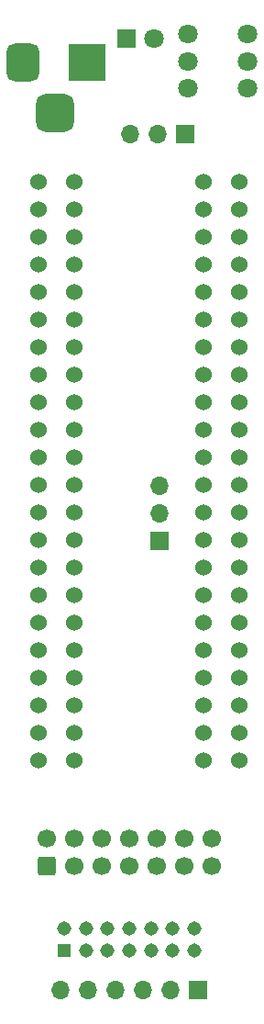
<source format=gbr>
%TF.GenerationSoftware,KiCad,Pcbnew,(6.0.8)*%
%TF.CreationDate,2023-01-14T12:08:14-06:00*%
%TF.ProjectId,xilinix-programming-adapter,78696c69-6e69-4782-9d70-726f6772616d,rev?*%
%TF.SameCoordinates,Original*%
%TF.FileFunction,Soldermask,Bot*%
%TF.FilePolarity,Negative*%
%FSLAX46Y46*%
G04 Gerber Fmt 4.6, Leading zero omitted, Abs format (unit mm)*
G04 Created by KiCad (PCBNEW (6.0.8)) date 2023-01-14 12:08:14*
%MOMM*%
%LPD*%
G01*
G04 APERTURE LIST*
G04 Aperture macros list*
%AMRoundRect*
0 Rectangle with rounded corners*
0 $1 Rounding radius*
0 $2 $3 $4 $5 $6 $7 $8 $9 X,Y pos of 4 corners*
0 Add a 4 corners polygon primitive as box body*
4,1,4,$2,$3,$4,$5,$6,$7,$8,$9,$2,$3,0*
0 Add four circle primitives for the rounded corners*
1,1,$1+$1,$2,$3*
1,1,$1+$1,$4,$5*
1,1,$1+$1,$6,$7*
1,1,$1+$1,$8,$9*
0 Add four rect primitives between the rounded corners*
20,1,$1+$1,$2,$3,$4,$5,0*
20,1,$1+$1,$4,$5,$6,$7,0*
20,1,$1+$1,$6,$7,$8,$9,0*
20,1,$1+$1,$8,$9,$2,$3,0*%
G04 Aperture macros list end*
%ADD10R,3.500000X3.500000*%
%ADD11RoundRect,0.750000X-0.750000X-1.000000X0.750000X-1.000000X0.750000X1.000000X-0.750000X1.000000X0*%
%ADD12RoundRect,0.875000X-0.875000X-0.875000X0.875000X-0.875000X0.875000X0.875000X-0.875000X0.875000X0*%
%ADD13R,1.700000X1.700000*%
%ADD14O,1.700000X1.700000*%
%ADD15C,1.800000*%
%ADD16R,1.800000X1.800000*%
%ADD17R,1.308000X1.308000*%
%ADD18C,1.308000*%
%ADD19RoundRect,0.250000X0.600000X-0.600000X0.600000X0.600000X-0.600000X0.600000X-0.600000X-0.600000X0*%
%ADD20C,1.700000*%
%ADD21C,1.524000*%
G04 APERTURE END LIST*
D10*
%TO.C,J1*%
X133299200Y-60477400D03*
D11*
X127299200Y-60477400D03*
D12*
X130299200Y-65177400D03*
%TD*%
D13*
%TO.C,JP1*%
X142352000Y-67132200D03*
D14*
X139812000Y-67132200D03*
X137272000Y-67132200D03*
%TD*%
D13*
%TO.C,VCCIO*%
X139954000Y-104648000D03*
D14*
X139954000Y-102108000D03*
X139954000Y-99568000D03*
%TD*%
D15*
%TO.C,SW1*%
X142614200Y-57875800D03*
X142614200Y-60375800D03*
X142614200Y-62875800D03*
X148114200Y-57875800D03*
X148114200Y-60375800D03*
X148114200Y-62875800D03*
%TD*%
D16*
%TO.C,D1*%
X136880600Y-58267600D03*
D15*
X139420600Y-58267600D03*
%TD*%
D17*
%TO.C,J4*%
X131160000Y-142351000D03*
D18*
X131160000Y-140351000D03*
X133160000Y-142351000D03*
X133160000Y-140351000D03*
X135160000Y-142351000D03*
X135160000Y-140351000D03*
X137160000Y-142351000D03*
X137160000Y-140351000D03*
X139160000Y-142351000D03*
X139160000Y-140351000D03*
X141160000Y-142351000D03*
X141160000Y-140351000D03*
X143160000Y-142351000D03*
X143160000Y-140351000D03*
%TD*%
D19*
%TO.C,J2*%
X129540000Y-134620000D03*
D20*
X129540000Y-132080000D03*
X132080000Y-134620000D03*
X132080000Y-132080000D03*
X134620000Y-134620000D03*
X134620000Y-132080000D03*
X137160000Y-134620000D03*
X137160000Y-132080000D03*
X139700000Y-134620000D03*
X139700000Y-132080000D03*
X142240000Y-134620000D03*
X142240000Y-132080000D03*
X144780000Y-134620000D03*
X144780000Y-132080000D03*
%TD*%
D13*
%TO.C,J3*%
X143510000Y-146050000D03*
D14*
X140970000Y-146050000D03*
X138430000Y-146050000D03*
X135890000Y-146050000D03*
X133350000Y-146050000D03*
X130810000Y-146050000D03*
%TD*%
D21*
%TO.C,U2*%
X128785000Y-71525000D03*
X128785000Y-74065000D03*
X128785000Y-76605000D03*
X128785000Y-79145000D03*
X128785000Y-81685000D03*
X128785000Y-84225000D03*
X128785000Y-86765000D03*
X128785000Y-89305000D03*
X128785000Y-91845000D03*
X128785000Y-94385000D03*
X128785000Y-96925000D03*
X128785000Y-99465000D03*
X128785000Y-102005000D03*
X128785000Y-104545000D03*
X128785000Y-107085000D03*
X128785000Y-109625000D03*
X128785000Y-112165000D03*
X128785000Y-114705000D03*
X128785000Y-117245000D03*
X128785000Y-119785000D03*
X128785000Y-122325000D03*
X128785000Y-124865000D03*
X144025000Y-124865000D03*
X144025000Y-122325000D03*
X144025000Y-119785000D03*
X144025000Y-117245000D03*
X144025000Y-114705000D03*
X144025000Y-112165000D03*
X144025000Y-109625000D03*
X144025000Y-107085000D03*
X144025000Y-104545000D03*
X144025000Y-102005000D03*
X144025000Y-99465000D03*
X144025000Y-96925000D03*
X144025000Y-94385000D03*
X144025000Y-91845000D03*
X144025000Y-89305000D03*
X144025000Y-86765000D03*
X144025000Y-84225000D03*
X144025000Y-81685000D03*
X144025000Y-79145000D03*
X144025000Y-76605000D03*
X144025000Y-74065000D03*
X144025000Y-71525000D03*
%TD*%
%TO.C,U1*%
X132080000Y-71525000D03*
X132080000Y-74065000D03*
X132080000Y-76605000D03*
X132080000Y-79145000D03*
X132080000Y-81685000D03*
X132080000Y-84225000D03*
X132080000Y-86765000D03*
X132080000Y-89305000D03*
X132080000Y-91845000D03*
X132080000Y-94385000D03*
X132080000Y-96925000D03*
X132080000Y-99465000D03*
X132080000Y-102005000D03*
X132080000Y-104545000D03*
X132080000Y-107085000D03*
X132080000Y-109625000D03*
X132080000Y-112165000D03*
X132080000Y-114705000D03*
X132080000Y-117245000D03*
X132080000Y-119785000D03*
X132080000Y-122325000D03*
X132080000Y-124865000D03*
X147320000Y-124865000D03*
X147320000Y-122325000D03*
X147320000Y-119785000D03*
X147320000Y-117245000D03*
X147320000Y-114705000D03*
X147320000Y-112165000D03*
X147320000Y-109625000D03*
X147320000Y-107085000D03*
X147320000Y-104545000D03*
X147320000Y-102005000D03*
X147320000Y-99465000D03*
X147320000Y-96925000D03*
X147320000Y-94385000D03*
X147320000Y-91845000D03*
X147320000Y-89305000D03*
X147320000Y-86765000D03*
X147320000Y-84225000D03*
X147320000Y-81685000D03*
X147320000Y-79145000D03*
X147320000Y-76605000D03*
X147320000Y-74065000D03*
X147320000Y-71525000D03*
%TD*%
M02*

</source>
